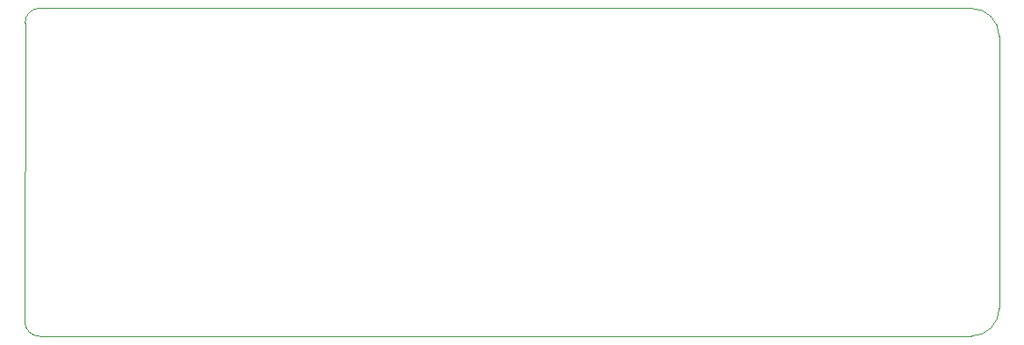
<source format=gm1>
%TF.GenerationSoftware,KiCad,Pcbnew,(6.0.2)*%
%TF.CreationDate,2022-08-27T15:51:37-07:00*%
%TF.ProjectId,TxBoard,5478426f-6172-4642-9e6b-696361645f70,5*%
%TF.SameCoordinates,Original*%
%TF.FileFunction,Profile,NP*%
%FSLAX46Y46*%
G04 Gerber Fmt 4.6, Leading zero omitted, Abs format (unit mm)*
G04 Created by KiCad (PCBNEW (6.0.2)) date 2022-08-27 15:51:37*
%MOMM*%
%LPD*%
G01*
G04 APERTURE LIST*
%TA.AperFunction,Profile*%
%ADD10C,0.100000*%
%TD*%
G04 APERTURE END LIST*
D10*
X104389949Y-113010051D02*
X194300000Y-113000000D01*
X103000000Y-82700000D02*
X102989949Y-111610051D01*
X197000000Y-110300000D02*
X197000000Y-84000000D01*
X197000000Y-84000000D02*
G75*
G03*
X194300000Y-81300000I-2700001J-1D01*
G01*
X102989949Y-111610051D02*
G75*
G03*
X104389949Y-113010051I1400002J2D01*
G01*
X104400000Y-81300000D02*
G75*
G03*
X103000000Y-82700000I2J-1400002D01*
G01*
X194300000Y-81300000D02*
X104400000Y-81300000D01*
X194300000Y-113000000D02*
G75*
G03*
X197000000Y-110300000I-1J2700001D01*
G01*
M02*

</source>
